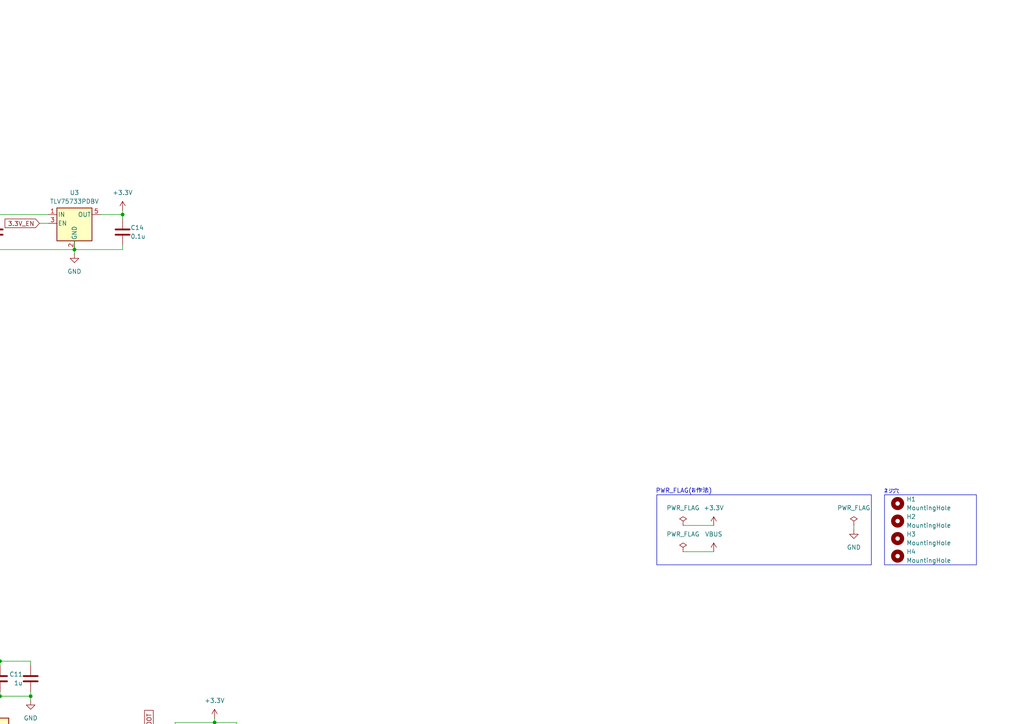
<source format=kicad_sch>
(kicad_sch (version 20231120) (generator "eeschema") (generator_version "8.0")
  (paper "A4")
  (lib_symbols
    (symbol "Device:C" (pin_numbers hide) (pin_names (offset 0.254))
      (property "Reference" "C" (at 0.635 2.54 0))
      (property "Value" "C" (at 0.635 -2.54 0))
      (symbol "C_0_1"
        (polyline (pts (xy -2.032 -0.762) (xy 2.032 -0.762)) (stroke (width 0.508)))
        (polyline (pts (xy -2.032 0.762) (xy 2.032 0.762)) (stroke (width 0.508)))
      )
      (symbol "C_1_1"
        (pin passive line (at 0 3.81 270) (length 2.794) (name "~") (number "1"))
        (pin passive line (at 0 -3.81 90) (length 2.794) (name "~") (number "2"))
      )
    )
    (symbol "Device:LED" (pin_numbers hide) (pin_names (offset 1.016) hide)
      (property "Reference" "D" (at 0 2.54 0))
      (property "Value" "LED" (at 0 -2.54 0))
      (symbol "LED_0_1"
        (polyline (pts (xy -1.27 -1.27) (xy -1.27 1.27)) (stroke (width 0.254)))
        (polyline (pts (xy -1.27 0) (xy 1.27 0)))
        (polyline (pts (xy 1.27 -1.27) (xy 1.27 1.27) (xy -1.27 0) (xy 1.27 -1.27)) (stroke (width 0.254)))
        (polyline (pts (xy -3.048 -0.762) (xy -4.572 -2.286) (xy -3.81 -2.286) (xy -4.572 -2.286) (xy -4.572 -1.524)))
        (polyline (pts (xy -1.778 -0.762) (xy -3.302 -2.286) (xy -2.54 -2.286) (xy -3.302 -2.286) (xy -3.302 -1.524)))
      )
      (symbol "LED_1_1"
        (pin passive line (at -3.81 0 0) (length 2.54) (name "K") (number "1"))
        (pin passive line (at 3.81 0 180) (length 2.54) (name "A") (number "2"))
      )
    )
    (symbol "Device:R" (pin_numbers hide) (pin_names (offset 0))
      (property "Reference" "R" (at 2.032 0 90))
      (property "Value" "R" (at 0 0 90))
      (symbol "R_0_1"
        (rectangle (start -1.016 -2.54) (end 1.016 2.54) (stroke (width 0.254)))
      )
      (symbol "R_1_1"
        (pin passive line (at 0 3.81 270) (length 1.27) (name "~") (number "1"))
        (pin passive line (at 0 -3.81 90) (length 1.27) (name "~") (number "2"))
      )
    )
    (symbol "MCU_RaspberryPi:RP2040"
      (property "Reference" "U" (at 17.78 45.72 0))
      (property "Value" "RP2040" (at 17.78 43.18 0))
      (symbol "RP2040_0_1"
        (rectangle (start -21.59 41.91) (end 21.59 -41.91) (stroke (width 0.254)) (fill (type background)))
      )
      (symbol "RP2040_1_1"
        (pin power_in line (at 2.54 45.72 270) (length 3.81) (name "IOVDD") (number "1"))
        (pin passive line (at 2.54 45.72 270) (length 3.81) hide (name "IOVDD") (number "10"))
        (pin bidirectional line (at 25.4 17.78 180) (length 3.81) (name "GPIO8") (number "11"))
        (pin bidirectional line (at 25.4 15.24 180) (length 3.81) (name "GPIO9") (number "12"))
        (pin bidirectional line (at 25.4 12.7 180) (length 3.81) (name "GPIO10") (number "13"))
        (pin bidirectional line (at 25.4 10.16 180) (length 3.81) (name "GPIO11") (number "14"))
        (pin bidirectional line (at 25.4 7.62 180) (length 3.81) (name "GPIO12") (number "15"))
        (pin bidirectional line (at 25.4 5.08 180) (length 3.81) (name "GPIO13") (number "16"))
        (pin bidirectional line (at 25.4 2.54 180) (length 3.81) (name "GPIO14") (number "17"))
        (pin bidirectional line (at 25.4 0 180) (length 3.81) (name "GPIO15") (number "18"))
        (pin input line (at -25.4 -38.1 0) (length 3.81) (name "TESTEN") (number "19"))
        (pin bidirectional line (at 25.4 38.1 180) (length 3.81) (name "GPIO0") (number "2"))
        (pin input line (at -25.4 -7.62 0) (length 3.81) (name "XIN") (number "20"))
        (pin passive line (at -25.4 -17.78 0) (length 3.81) (name "XOUT") (number "21"))
        (pin passive line (at 2.54 45.72 270) (length 3.81) hide (name "IOVDD") (number "22"))
        (pin power_in line (at -2.54 45.72 270) (length 3.81) (name "DVDD") (number "23"))
        (pin input line (at -25.4 -27.94 0) (length 3.81) (name "SWCLK") (number "24"))
        (pin bidirectional line (at -25.4 -30.48 0) (length 3.81) (name "SWD") (number "25"))
        (pin input line (at -25.4 38.1 0) (length 3.81) (name "RUN") (number "26"))
        (pin bidirectional line (at 25.4 -2.54 180) (length 3.81) (name "GPIO16") (number "27"))
        (pin bidirectional line (at 25.4 -5.08 180) (length 3.81) (name "GPIO17") (number "28"))
        (pin bidirectional line (at 25.4 -7.62 180) (length 3.81) (name "GPIO18") (number "29"))
        (pin bidirectional line (at 25.4 35.56 180) (length 3.81) (name "GPIO1") (number "3"))
        (pin bidirectional line (at 25.4 -10.16 180) (length 3.81) (name "GPIO19") (number "30"))
        (pin bidirectional line (at 25.4 -12.7 180) (length 3.81) (name "GPIO20") (number "31"))
        (pin bidirectional line (at 25.4 -15.24 180) (length 3.81) (name "GPIO21") (number "32"))
        (pin passive line (at 2.54 45.72 270) (length 3.81) hide (name "IOVDD") (number "33"))
        (pin bidirectional line (at 25.4 -17.78 180) (length 3.81) (name "GPIO22") (number "34"))
        (pin bidirectional line (at 25.4 -20.32 180) (length 3.81) (name "GPIO23") (number "35"))
        (pin bidirectional line (at 25.4 -22.86 180) (length 3.81) (name "GPIO24") (number "36"))
        (pin bidirectional line (at 25.4 -25.4 180) (length 3.81) (name "GPIO25") (number "37"))
        (pin bidirectional line (at 25.4 -30.48 180) (length 3.81) (name "GPIO26_ADC0") (number "38"))
        (pin bidirectional line (at 25.4 -33.02 180) (length 3.81) (name "GPIO27_ADC1") (number "39"))
        (pin bidirectional line (at 25.4 33.02 180) (length 3.81) (name "GPIO2") (number "4"))
        (pin bidirectional line (at 25.4 -35.56 180) (length 3.81) (name "GPIO28_ADC2") (number "40"))
        (pin bidirectional line (at 25.4 -38.1 180) (length 3.81) (name "GPIO29_ADC3") (number "41"))
        (pin passive line (at 2.54 45.72 270) (length 3.81) hide (name "IOVDD") (number "42"))
        (pin power_in line (at 7.62 45.72 270) (length 3.81) (name "ADC_AVDD") (number "43"))
        (pin power_in line (at 10.16 45.72 270) (length 3.81) (name "VREG_IN") (number "44"))
        (pin power_out line (at -5.08 45.72 270) (length 3.81) (name "VREG_VOUT") (number "45"))
        (pin bidirectional line (at -25.4 27.94 0) (length 3.81) (name "USB_DM") (number "46"))
        (pin bidirectional line (at -25.4 30.48 0) (length 3.81) (name "USB_DP") (number "47"))
        (pin power_in line (at 5.08 45.72 270) (length 3.81) (name "USB_VDD") (number "48"))
        (pin passive line (at 2.54 45.72 270) (length 3.81) hide (name "IOVDD") (number "49"))
        (pin bidirectional line (at 25.4 30.48 180) (length 3.81) (name "GPIO3") (number "5"))
        (pin passive line (at -2.54 45.72 270) (length 3.81) hide (name "DVDD") (number "50"))
        (pin bidirectional line (at -25.4 7.62 0) (length 3.81) (name "QSPI_SD3") (number "51"))
        (pin output line (at -25.4 5.08 0) (length 3.81) (name "QSPI_SCLK") (number "52"))
        (pin bidirectional line (at -25.4 15.24 0) (length 3.81) (name "QSPI_SD0") (number "53"))
        (pin bidirectional line (at -25.4 10.16 0) (length 3.81) (name "QSPI_SD2") (number "54"))
        (pin bidirectional line (at -25.4 12.7 0) (length 3.81) (name "QSPI_SD1") (number "55"))
        (pin bidirectional line (at -25.4 20.32 0) (length 3.81) (name "QSPI_SS") (number "56"))
        (pin power_in line (at 0 -45.72 90) (length 3.81) (name "GND") (number "57"))
        (pin bidirectional line (at 25.4 27.94 180) (length 3.81) (name "GPIO4") (number "6"))
        (pin bidirectional line (at 25.4 25.4 180) (length 3.81) (name "GPIO5") (number "7"))
        (pin bidirectional line (at 25.4 22.86 180) (length 3.81) (name "GPIO6") (number "8"))
        (pin bidirectional line (at 25.4 20.32 180) (length 3.81) (name "GPIO7") (number "9"))
      )
    )
    (symbol "Mechanical:MountingHole" (pin_names (offset 1.016)) (exclude_from_sim yes) (in_bom no)
      (property "Reference" "H" (at 0 5.08 0))
      (property "Value" "MountingHole" (at 0 3.175 0))
      (symbol "MountingHole_0_1"
        (circle (center 0 0) (radius 1.27) (stroke (width 1.27)))
      )
    )
    (symbol "Memory_Flash:W25Q128JVS"
      (property "Reference" "U" (at -6.35 11.43 0))
      (property "Value" "W25Q128JVS" (at 7.62 11.43 0))
      (symbol "W25Q128JVS_0_1"
        (rectangle (start -7.62 10.16) (end 7.62 -10.16) (stroke (width 0.254)) (fill (type background)))
      )
      (symbol "W25Q128JVS_1_1"
        (pin input line (at -10.16 7.62 0) (length 2.54) (name "~{CS}") (number "1"))
        (pin bidirectional line (at -10.16 0 0) (length 2.54) (name "DO(IO1)") (number "2"))
        (pin bidirectional line (at -10.16 -2.54 0) (length 2.54) (name "IO2") (number "3"))
        (pin power_in line (at 0 -12.7 90) (length 2.54) (name "GND") (number "4"))
        (pin bidirectional line (at -10.16 2.54 0) (length 2.54) (name "DI(IO0)") (number "5"))
        (pin input line (at -10.16 5.08 0) (length 2.54) (name "CLK") (number "6"))
        (pin bidirectional line (at -10.16 -5.08 0) (length 2.54) (name "IO3") (number "7"))
        (pin power_in line (at 0 12.7 270) (length 2.54) (name "VCC") (number "8"))
      )
    )
    (symbol "Regulator_Linear:TLV75733PDBV" (pin_names (offset 0.254))
      (property "Reference" "U" (at -3.81 5.715 0))
      (property "Value" "TLV75733PDBV" (at 0 5.715 0))
      (symbol "TLV75733PDBV_0_1"
        (rectangle (start -5.08 4.445) (end 5.08 -5.08) (stroke (width 0.254)) (fill (type background)))
      )
      (symbol "TLV75733PDBV_1_1"
        (pin power_in line (at -7.62 2.54 0) (length 2.54) (name "IN") (number "1"))
        (pin power_in line (at 0 -7.62 90) (length 2.54) (name "GND") (number "2"))
        (pin input line (at -7.62 0 0) (length 2.54) (name "EN") (number "3"))
        (pin no_connect line (at 5.08 0 180) (length 2.54) hide (name "NC") (number "4"))
        (pin power_out line (at 7.62 2.54 180) (length 2.54) (name "OUT") (number "5"))
      )
    )
    (symbol "Switch:SW_Omron_B3FS" (pin_numbers hide) (pin_names (offset 1.016) hide)
      (property "Reference" "SW" (at 1.27 2.54 0))
      (property "Value" "SW_Omron_B3FS" (at 0 -1.524 0))
      (symbol "SW_Omron_B3FS_0_1"
        (circle (center -2.032 0) (radius 0.508))
        (polyline (pts (xy 0 1.27) (xy 0 3.048)))
        (polyline (pts (xy 2.54 1.27) (xy -2.54 1.27)))
        (circle (center 2.032 0) (radius 0.508))
        (pin passive line (at -5.08 0 0) (length 2.54) (name "1") (number "1"))
        (pin passive line (at 5.08 0 180) (length 2.54) (name "2") (number "2"))
      )
    )
    (symbol "TE-01:632723100011" (pin_names (offset 0.762))
      (property "Reference" "IC" (at 29.21 7.62 0))
      (property "Value" "632723100011" (at 29.21 5.08 0))
      (symbol "632723100011_0_0"
        (pin passive line (at 0 0 0) (length 5.08) (name "GND_1") (number "A1"))
        (pin passive line (at 0 -22.86 0) (length 5.08) (name "SSRXN2") (number "A10"))
        (pin passive line (at 0 -25.4 0) (length 5.08) (name "SSRXP2") (number "A11"))
        (pin passive line (at 0 -27.94 0) (length 5.08) (name "GND_2") (number "A12"))
        (pin passive line (at 0 -2.54 0) (length 5.08) (name "SSTXP1") (number "A2"))
        (pin passive line (at 0 -5.08 0) (length 5.08) (name "SSTXN1") (number "A3"))
        (pin passive line (at 0 -7.62 0) (length 5.08) (name "VBUS_1") (number "A4"))
        (pin passive line (at 0 -10.16 0) (length 5.08) (name "CC1") (number "A5"))
        (pin passive line (at 0 -12.7 0) (length 5.08) (name "DP1") (number "A6"))
        (pin passive line (at 0 -15.24 0) (length 5.08) (name "DN1") (number "A7"))
        (pin passive line (at 0 -17.78 0) (length 5.08) (name "SBU1") (number "A8"))
        (pin passive line (at 0 -20.32 0) (length 5.08) (name "VBUS_2") (number "A9"))
        (pin passive line (at 0 -30.48 0) (length 5.08) (name "GND_3") (number "B1"))
        (pin passive line (at 33.02 -12.7 180) (length 5.08) (name "SSRXN1") (number "B10"))
        (pin passive line (at 33.02 -15.24 180) (length 5.08) (name "SSRXP1") (number "B11"))
        (pin passive line (at 33.02 -17.78 180) (length 5.08) (name "GND_4") (number "B12"))
        (pin passive line (at 0 -33.02 0) (length 5.08) (name "SSTXP2") (number "B2"))
        (pin passive line (at 0 -35.56 0) (length 5.08) (name "SSTXN2") (number "B3"))
        (pin passive line (at 0 -38.1 0) (length 5.08) (name "VBUS_3") (number "B4"))
        (pin passive line (at 33.02 0 180) (length 5.08) (name "CC2") (number "B5"))
        (pin passive line (at 33.02 -2.54 180) (length 5.08) (name "DP2") (number "B6"))
        (pin passive line (at 33.02 -5.08 180) (length 5.08) (name "DN2") (number "B7"))
        (pin passive line (at 33.02 -7.62 180) (length 5.08) (name "SBU2") (number "B8"))
        (pin passive line (at 33.02 -10.16 180) (length 5.08) (name "VBUS_4") (number "B9"))
        (pin passive line (at 33.02 -20.32 180) (length 5.08) (name "GND_5") (number "G1"))
        (pin passive line (at 33.02 -22.86 180) (length 5.08) (name "GND_6") (number "G2"))
        (pin passive line (at 33.02 -25.4 180) (length 5.08) (name "MH1") (number "MH1"))
        (pin passive line (at 33.02 -27.94 180) (length 5.08) (name "MH2") (number "MH2"))
        (pin passive line (at 33.02 -30.48 180) (length 5.08) (name "MH3") (number "MH3"))
        (pin passive line (at 33.02 -33.02 180) (length 5.08) (name "MH4") (number "MH4"))
        (pin passive line (at 33.02 -35.56 180) (length 5.08) (name "MP1") (number "MP1"))
        (pin passive line (at 33.02 -38.1 180) (length 5.08) (name "MP2") (number "MP2"))
      )
      (symbol "632723100011_0_1"
        (polyline (pts (xy 5.08 2.54) (xy 27.94 2.54) (xy 27.94 -40.64) (xy 5.08 -40.64) (xy 5.08 2.54)) (stroke (width 0.1524)))
      )
    )
    (symbol "TE-01:ABMM2-12.000MHZ-E2-T" (pin_names (offset 0.762))
      (property "Reference" "Y" (at 26.67 7.62 0))
      (property "Value" "ABMM2-12.000MHZ-E2-T" (at 26.67 5.08 0))
      (symbol "ABMM2-12.000MHZ-E2-T_0_0"
        (pin passive line (at 0 -2.54 0) (length 5.08) (name "X1") (number "1"))
        (pin passive line (at 30.48 -2.54 180) (length 5.08) (name "GND_1") (number "2"))
        (pin passive line (at 30.48 0 180) (length 5.08) (name "X2") (number "3"))
        (pin passive line (at 0 0 0) (length 5.08) (name "GND_2") (number "4"))
      )
      (symbol "ABMM2-12.000MHZ-E2-T_0_1"
        (polyline (pts (xy 5.08 2.54) (xy 25.4 2.54) (xy 25.4 -5.08) (xy 5.08 -5.08) (xy 5.08 2.54)) (stroke (width 0.1524)))
      )
    )
    (symbol "TE-01:STUSB4700YQTR" (pin_names (offset 0.762))
      (property "Reference" "IC" (at 36.83 25.4 0))
      (property "Value" "STUSB4700YQTR" (at 36.83 22.86 0))
      (symbol "STUSB4700YQTR_0_0"
        (pin passive line (at 0 0 0) (length 5.08) (name "NC_1") (number "1"))
        (pin passive line (at 20.32 -30.48 90) (length 5.08) (name "GND") (number "10"))
        (pin passive line (at 22.86 -30.48 90) (length 5.08) (name "GPIO1") (number "11"))
        (pin passive line (at 25.4 -30.48 90) (length 5.08) (name "GPIO0") (number "12"))
        (pin passive line (at 40.64 -12.7 180) (length 5.08) (name "VVAR_ADDR0") (number "13"))
        (pin passive line (at 40.64 -10.16 180) (length 5.08) (name "GPIO2") (number "14"))
        (pin passive line (at 40.64 -7.62 180) (length 5.08) (name "GPIO3") (number "15"))
        (pin passive line (at 40.64 -5.08 180) (length 5.08) (name "GPIO4") (number "16"))
        (pin passive line (at 40.64 -2.54 180) (length 5.08) (name "A_B_SIDE") (number "17"))
        (pin passive line (at 40.64 0 180) (length 5.08) (name "VBUS_SENSE") (number "18"))
        (pin passive line (at 27.94 25.4 270) (length 5.08) (name "VBUS_DISCH") (number "19"))
        (pin passive line (at 0 -2.54 0) (length 5.08) (name "CC1") (number "2"))
        (pin passive line (at 25.4 25.4 270) (length 5.08) (name "VBUS_EN_SRC") (number "20"))
        (pin passive line (at 22.86 25.4 270) (length 5.08) (name "VREG_1V2") (number "21"))
        (pin passive line (at 20.32 25.4 270) (length 5.08) (name "VSYS") (number "22"))
        (pin passive line (at 17.78 25.4 270) (length 5.08) (name "VREG_2V7") (number "23"))
        (pin passive line (at 15.24 25.4 270) (length 5.08) (name "VDD") (number "24"))
        (pin passive line (at 12.7 25.4 270) (length 5.08) (name "EP") (number "25"))
        (pin passive line (at 0 -5.08 0) (length 5.08) (name "VCONN") (number "3"))
        (pin passive line (at 0 -7.62 0) (length 5.08) (name "CC2") (number "4"))
        (pin passive line (at 0 -10.16 0) (length 5.08) (name "NC_2") (number "5"))
        (pin passive line (at 0 -12.7 0) (length 5.08) (name "RESET") (number "6"))
        (pin passive line (at 12.7 -30.48 90) (length 5.08) (name "SCL") (number "7"))
        (pin passive line (at 15.24 -30.48 90) (length 5.08) (name "SDA") (number "8"))
        (pin passive line (at 17.78 -30.48 90) (length 5.08) (name "ALERT#") (number "9"))
      )
      (symbol "STUSB4700YQTR_0_1"
        (polyline (pts (xy 5.08 20.32) (xy 35.56 20.32) (xy 35.56 -25.4) (xy 5.08 -25.4) (xy 5.08 20.32)) (stroke (width 0.1524)))
      )
    )
    (symbol "power:+1V1" (power) (pin_numbers hide) (pin_names (offset 0) hide)
      (property "Value" "+1V1" (at 0 3.556 0))
      (symbol "+1V1_0_1"
        (polyline (pts (xy -0.762 1.27) (xy 0 2.54)))
        (polyline (pts (xy 0 0) (xy 0 2.54)))
        (polyline (pts (xy 0 2.54) (xy 0.762 1.27)))
      )
      (symbol "+1V1_1_1"
        (pin power_in line (at 0 0 90) (length 0) (name "~") (number "1"))
      )
    )
    (symbol "power:+3.3V" (power) (pin_numbers hide) (pin_names (offset 0) hide)
      (property "Value" "+3.3V" (at 0 3.556 0))
      (symbol "+3.3V_0_1"
        (polyline (pts (xy -0.762 1.27) (xy 0 2.54)))
        (polyline (pts (xy 0 0) (xy 0 2.54)))
        (polyline (pts (xy 0 2.54) (xy 0.762 1.27)))
      )
      (symbol "+3.3V_1_1"
        (pin power_in line (at 0 0 90) (length 0) (name "~") (number "1"))
      )
    )
    (symbol "power:GND" (power) (pin_numbers hide) (pin_names (offset 0) hide)
      (property "Value" "GND" (at 0 -3.81 0))
      (symbol "GND_0_1"
        (polyline (pts (xy 0 0) (xy 0 -1.27) (xy 1.27 -1.27) (xy 0 -2.54) (xy -1.27 -1.27) (xy 0 -1.27)))
      )
      (symbol "GND_1_1"
        (pin power_in line (at 0 0 270) (length 0) (name "~") (number "1"))
      )
    )
    (symbol "power:PWR_FLAG" (power) (pin_numbers hide) (pin_names (offset 0) hide)
      (property "Value" "PWR_FLAG" (at 0 3.81 0))
      (symbol "PWR_FLAG_0_0"
        (pin power_out line (at 0 0 90) (length 0) (name "~") (number "1"))
      )
      (symbol "PWR_FLAG_0_1"
        (polyline (pts (xy 0 0) (xy 0 1.27) (xy -1.016 1.905) (xy 0 2.54) (xy 1.016 1.905) (xy 0 1.27)))
      )
    )
    (symbol "power:VBUS" (power) (pin_numbers hide) (pin_names (offset 0) hide)
      (property "Value" "VBUS" (at 0 3.556 0))
      (symbol "VBUS_0_1"
        (polyline (pts (xy -0.762 1.27) (xy 0 2.54)))
        (polyline (pts (xy 0 0) (xy 0 2.54)))
        (polyline (pts (xy 0 2.54) (xy 0.762 1.27)))
      )
      (symbol "VBUS_1_1"
        (pin power_in line (at 0 0 90) (length 0) (name "~") (number "1"))
      )
    )
  )
  (junction (at -67.31 201.93))
  (junction (at 49.53 292.1))
  (junction (at -74.93 201.93))
  (junction (at 8.89 201.93))
  (junction (at 110.49 242.57))
  (junction (at -83.82 59.69))
  (junction (at 49.53 281.94))
  (junction (at -82.55 191.77))
  (junction (at -10.16 62.23))
  (junction (at 365.76 62.23))
  (junction (at -26.67 191.77))
  (junction (at -87.63 80.01))
  (junction (at -52.07 191.77))
  (junction (at 90.17 279.4))
  (junction (at -91.44 201.93))
  (junction (at 415.29 54.61))
  (junction (at 35.56 62.23))
  (junction (at -26.67 204.47))
  (junction (at -19.05 297.18))
  (junction (at 110.49 229.87))
  (junction (at -83.82 72.39))
  (junction (at 50.8 229.87))
  (junction (at -16.51 201.93))
  (junction (at -1.27 62.23))
  (junction (at -87.63 82.55))
  (junction (at -44.45 201.93))
  (junction (at -59.69 201.93))
  (junction (at 0 191.77))
  (junction (at 115.57 229.87))
  (junction (at -24.13 204.47))
  (junction (at 21.59 72.39))
  (junction (at -29.21 191.77))
  (junction (at -19.05 74.93))
  (junction (at 415.29 52.07))
  (junction (at -24.13 191.77))
  (junction (at -16.51 191.77))
  (junction (at -67.31 191.77))
  (junction (at -19.05 69.85))
  (junction (at 90.17 289.56))
  (junction (at -87.63 62.23))
  (junction (at -36.83 191.77))
  (junction (at -59.69 191.77))
  (junction (at 0 201.93))
  (junction (at -7.62 191.77))
  (junction (at -82.55 201.93))
  (junction (at 43.18 229.87))
  (junction (at -44.45 191.77))
  (junction (at -21.59 191.77))
  (junction (at -52.07 201.93))
  (junction (at 62.23 209.55))
  (junction (at -74.93 191.77))
  (junction (at -19.05 72.39))
  (no_connect (at 6.35 280.67))
  (no_connect (at 372.11 46.99))
  (no_connect (at -34.29 82.55))
  (no_connect (at -34.29 77.47))
  (no_connect (at 6.35 212.09))
  (no_connect (at 6.35 278.13))
  (no_connect (at 405.13 34.29))
  (no_connect (at -34.29 87.63))
  (no_connect (at -34.29 90.17))
  (no_connect (at 383.54 6.35))
  (no_connect (at 393.7 6.35))
  (no_connect (at 372.11 44.45))
  (no_connect (at -34.29 85.09))
  (no_connect (at -34.29 80.01))
  (no_connect (at 405.13 36.83))
  (wire (pts (xy 29.21 62.23) (xy 35.56 62.23)))
  (wire (pts (xy -24.13 191.77) (xy -24.13 204.47)))
  (wire (pts (xy -19.05 74.93) (xy -34.29 74.93)))
  (wire (pts (xy -69.85 67.31) (xy -67.31 67.31)))
  (wire (pts (xy 7.62 288.29) (xy 7.62 297.18)))
  (wire (pts (xy -83.82 72.39) (xy -67.31 72.39)))
  (wire (pts (xy -19.05 69.85) (xy -19.05 72.39)))
  (wire (pts (xy -82.55 191.77) (xy -74.93 191.77)))
  (wire (pts (xy -59.69 191.77) (xy -52.07 191.77)))
  (wire (pts (xy 407.67 13.97) (xy 407.67 31.75)))
  (wire (pts (xy -21.59 191.77) (xy -24.13 191.77)))
  (wire (pts (xy 30.48 245.11) (xy 30.48 232.41)))
  (wire (pts (xy -91.44 200.66) (xy -91.44 201.93)))
  (wire (pts (xy 198.12 152.4) (xy 207.01 152.4)))
  (wire (pts (xy -7.62 191.77) (xy -7.62 193.04)))
  (wire (pts (xy 110.49 219.71) (xy 110.49 220.98)))
  (wire (pts (xy 8.89 200.66) (xy 8.89 201.93)))
  (wire (pts (xy 8.89 222.25) (xy 6.35 222.25)))
  (wire (pts (xy -36.83 191.77) (xy -36.83 193.04)))
  (wire (pts (xy -87.63 52.07) (xy -67.31 52.07)))
  (wire (pts (xy -67.31 191.77) (xy -67.31 193.04)))
  (wire (pts (xy 6.35 240.03) (xy 52.07 240.03)))
  (wire (pts (xy 6.35 229.87) (xy 43.18 229.87)))
  (wire (pts (xy 8.89 201.93) (xy 8.89 203.2)))
  (wire (pts (xy 6.35 234.95) (xy 52.07 234.95)))
  (wire (pts (xy -91.44 201.93) (xy -82.55 201.93)))
  (wire (pts (xy -13.97 201.93) (xy -16.51 201.93)))
  (wire (pts (xy 7.62 297.18) (xy -19.05 297.18)))
  (wire (pts (xy 68.58 209.55) (xy 62.23 209.55)))
  (wire (pts (xy 50.8 223.52) (xy 50.8 229.87)))
  (wire (pts (xy -10.16 71.12) (xy -10.16 72.39)))
  (wire (pts (xy 365.76 62.23) (xy 365.76 73.66)))
  (wire (pts (xy -34.29 72.39) (xy -19.05 72.39)))
  (wire (pts (xy -1.27 72.39) (xy 21.59 72.39)))
  (wire (pts (xy -52.07 191.77) (xy -44.45 191.77)))
  (wire (pts (xy -34.29 57.15) (xy -31.75 57.15)))
  (wire (pts (xy 415.29 52.07) (xy 415.29 54.61)))
  (wire (pts (xy 43.18 223.52) (xy 43.18 229.87)))
  (wire (pts (xy -82.55 201.93) (xy -74.93 201.93)))
  (wire (pts (xy -26.67 191.77) (xy -26.67 204.47)))
  (wire (pts (xy 54.61 279.4) (xy 53.34 279.4)))
  (wire (pts (xy -52.07 191.77) (xy -52.07 193.04)))
  (wire (pts (xy 110.49 241.3) (xy 110.49 242.57)))
  (wire (pts (xy 414.02 -6.35) (xy 416.56 -6.35)))
  (wire (pts (xy -52.07 200.66) (xy -52.07 201.93)))
  (wire (pts (xy 115.57 229.87) (xy 110.49 229.87)))
  (wire (pts (xy -67.31 90.17) (xy -83.82 90.17)))
  (wire (pts (xy -10.16 60.96) (xy -10.16 62.23)))
  (wire (pts (xy 35.56 62.23) (xy 35.56 63.5)))
  (wire (pts (xy 386.08 6.35) (xy 386.08 13.97)))
  (wire (pts (xy 6.35 288.29) (xy 7.62 288.29)))
  (wire (pts (xy 6.35 257.81) (xy 8.89 257.81)))
  (wire (pts (xy 11.43 64.77) (xy 13.97 64.77)))
  (wire (pts (xy 90.17 288.29) (xy 90.17 289.56)))
  (wire (pts (xy 43.18 213.36) (xy 43.18 215.9)))
  (wire (pts (xy 6.35 267.97) (xy 8.89 267.97)))
  (wire (pts (xy 391.16 13.97) (xy 391.16 6.35)))
  (wire (pts (xy -21.59 190.5) (xy -21.59 191.77)))
  (wire (pts (xy 115.57 229.87) (xy 115.57 232.41)))
  (wire (pts (xy 50.8 209.55) (xy 62.23 209.55)))
  (wire (pts (xy 6.35 245.11) (xy 30.48 245.11)))
  (wire (pts (xy -91.44 193.04) (xy -91.44 191.77)))
  (wire (pts (xy 62.23 208.28) (xy 62.23 209.55)))
  (wire (pts (xy -26.67 207.01) (xy -26.67 204.47)))
  (wire (pts (xy -87.63 82.55) (xy -87.63 93.98)))
  (wire (pts (xy 247.65 152.4) (xy 247.65 153.67)))
  (wire (pts (xy 110.49 228.6) (xy 110.49 229.87)))
  (wire (pts (xy 365.76 13.97) (xy 365.76 41.91)))
  (wire (pts (xy -67.31 82.55) (xy -87.63 82.55)))
  (wire (pts (xy 49.53 290.83) (xy 49.53 292.1)))
  (wire (pts (xy 43.18 229.87) (xy 50.8 229.87)))
  (wire (pts (xy -74.93 201.93) (xy -67.31 201.93)))
  (wire (pts (xy -34.29 54.61) (xy -31.75 54.61)))
  (wire (pts (xy 0 201.93) (xy -7.62 201.93)))
  (wire (pts (xy -1.27 63.5) (xy -1.27 62.23)))
  (wire (pts (xy 6.35 242.57) (xy 52.07 242.57)))
  (wire (pts (xy 116.84 229.87) (xy 115.57 229.87)))
  (wire (pts (xy -24.13 191.77) (xy -26.67 191.77)))
  (wire (pts (xy 115.57 240.03) (xy 115.57 242.57)))
  (wire (pts (xy -16.51 191.77) (xy -16.51 201.93)))
  (wire (pts (xy 110.49 243.84) (xy 110.49 242.57)))
  (wire (pts (xy 415.29 49.53) (xy 415.29 52.07)))
  (wire (pts (xy -83.82 59.69) (xy -83.82 72.39)))
  (wire (pts (xy -87.63 62.23) (xy -67.31 62.23)))
  (wire (pts (xy -7.62 201.93) (xy -7.62 200.66)))
  (wire (pts (xy 68.58 209.55) (xy 68.58 212.09)))
  (wire (pts (xy -7.62 191.77) (xy 0 191.77)))
  (wire (pts (xy 372.11 31.75) (xy 369.57 31.75)))
  (wire (pts (xy 35.56 60.96) (xy 35.56 62.23)))
  (wire (pts (xy 85.09 289.56) (xy 85.09 281.94)))
  (wire (pts (xy -67.31 191.77) (xy -59.69 191.77)))
  (wire (pts (xy 386.08 13.97) (xy 365.76 13.97)))
  (wire (pts (xy 414.02 -8.89) (xy 416.56 -8.89)))
  (wire (pts (xy -10.16 62.23) (xy -1.27 62.23)))
  (wire (pts (xy 90.17 279.4) (xy 90.17 280.67)))
  (wire (pts (xy 16.51 219.71) (xy 19.05 219.71)))
  (wire (pts (xy -44.45 191.77) (xy -44.45 193.04)))
  (wire (pts (xy -91.44 191.77) (xy -82.55 191.77)))
  (wire (pts (xy 115.57 242.57) (xy 110.49 242.57)))
  (wire (pts (xy 90.17 289.56) (xy 90.17 290.83)))
  (wire (pts (xy -21.59 191.77) (xy -21.59 204.47)))
  (wire (pts (xy 49.53 292.1) (xy 53.34 292.1)))
  (wire (pts (xy 50.8 215.9) (xy 50.8 209.55)))
  (wire (pts (xy -19.05 77.47) (xy -19.05 74.93)))
  (wire (pts (xy -83.82 59.69) (xy -67.31 59.69)))
  (wire (pts (xy -91.44 201.93) (xy -91.44 203.2)))
  (wire (pts (xy -16.51 191.77) (xy -7.62 191.77)))
  (wire (pts (xy -44.45 200.66) (xy -44.45 201.93)))
  (wire (pts (xy -29.21 191.77) (xy -29.21 204.47)))
  (wire (pts (xy 416.56 -13.97) (xy 414.02 -13.97)))
  (wire (pts (xy -87.63 52.07) (xy -87.63 62.23)))
  (wire (pts (xy -44.45 201.93) (xy -36.83 201.93)))
  (wire (pts (xy 21.59 73.66) (xy 21.59 72.39)))
  (wire (pts (xy 30.48 232.41) (xy 52.07 232.41)))
  (wire (pts (xy -83.82 72.39) (xy -83.82 90.17)))
  (wire (pts (xy 407.67 31.75) (xy 405.13 31.75)))
  (wire (pts (xy -74.93 200.66) (xy -74.93 201.93)))
  (wire (pts (xy 110.49 229.87) (xy 110.49 231.14)))
  (wire (pts (xy 198.12 160.02) (xy 207.01 160.02)))
  (wire (pts (xy -67.31 201.93) (xy -59.69 201.93)))
  (wire (pts (xy -10.16 80.01) (xy -10.16 81.28)))
  (wire (pts (xy 21.59 69.85) (xy 21.59 72.39)))
  (wire (pts (xy -34.29 69.85) (xy -19.05 69.85)))
  (wire (pts (xy 62.23 209.55) (xy 62.23 224.79)))
  (wire (pts (xy 0 200.66) (xy 0 201.93)))
  (wire (pts (xy -19.05 72.39) (xy -19.05 74.93)))
  (wire (pts (xy 68.58 220.98) (xy 68.58 219.71)))
  (wire (pts (xy -24.13 207.01) (xy -24.13 204.47)))
  (wire (pts (xy 85.09 289.56) (xy 90.17 289.56)))
  (wire (pts (xy 0 191.77) (xy 8.89 191.77)))
  (wire (pts (xy 8.89 191.77) (xy 8.89 193.04)))
  (wire (pts (xy -16.51 190.5) (xy -16.51 191.77)))
  (wire (pts (xy 365.76 59.69) (xy 365.76 62.23)))
  (wire (pts (xy -19.05 52.07) (xy -19.05 69.85)))
  (wire (pts (xy 407.67 13.97) (xy 391.16 13.97)))
  (wire (pts (xy -10.16 63.5) (xy -10.16 62.23)))
  (wire (pts (xy -36.83 200.66) (xy -36.83 201.93)))
  (wire (pts (xy 365.76 41.91) (xy 372.11 41.91)))
  (wire (pts (xy 16.51 222.25) (xy 19.05 222.25)))
  (wire (pts (xy 0 191.77) (xy 0 193.04)))
  (wire (pts (xy -1.27 72.39) (xy -1.27 71.12)))
  (wire (pts (xy -67.31 80.01) (xy -87.63 80.01)))
  (wire (pts (xy 49.53 281.94) (xy 49.53 283.21)))
  (wire (pts (xy 85.09 279.4) (xy 90.17 279.4)))
  (wire (pts (xy -74.93 193.04) (xy -74.93 191.77)))
  (wire (pts (xy 405.13 52.07) (xy 415.29 52.07)))
  (wire (pts (xy 35.56 72.39) (xy 35.56 71.12)))
  (wire (pts (xy -24.13 52.07) (xy -19.05 52.07)))
  (wire (pts (xy 8.89 201.93) (xy 0 201.93)))
  (wire (pts (xy -82.55 193.04) (xy -82.55 191.77)))
  (wire (pts (xy 91.44 279.4) (xy 90.17 279.4)))
  (wire (pts (xy -87.63 62.23) (xy -87.63 80.01)))
  (wire (pts (xy 8.89 219.71) (xy 6.35 219.71)))
  (wire (pts (xy 100.33 279.4) (xy 99.06 279.4)))
  (wire (pts (xy -19.05 297.18) (xy -19.05 298.45)))
  (wire (pts (xy -52.07 201.93) (xy -44.45 201.93)))
  (wire (pts (xy -59.69 191.77) (xy -59.69 193.04)))
  (wire (pts (xy -67.31 200.66) (xy -67.31 201.93)))
  (wire (pts (xy 21.59 72.39) (xy 35.56 72.39)))
  (wire (pts (xy -26.67 191.77) (xy -29.21 191.77)))
  (wire (pts (xy 49.53 281.94) (xy 54.61 281.94)))
  (wire (pts (xy 369.57 31.75) (xy 369.57 29.21)))
  (wire (pts (xy -29.21 191.77) (xy -36.83 191.77)))
  (wire (pts (xy 372.11 59.69) (xy 365.76 59.69)))
  (wire (pts (xy -19.05 295.91) (xy -19.05 297.18)))
  (wire (pts (xy -87.63 80.01) (xy -87.63 82.55)))
  (wire (pts (xy 53.34 279.4) (xy 53.34 292.1)))
  (wire (pts (xy -59.69 201.93) (xy -52.07 201.93)))
  (wire (pts (xy 48.26 281.94) (xy 49.53 281.94)))
  (wire (pts (xy -34.29 52.07) (xy -31.75 52.07)))
  (wire (pts (xy -69.85 64.77) (xy -67.31 64.77)))
  (wire (pts (xy 405.13 49.53) (xy 415.29 49.53)))
  (wire (pts (xy 415.29 54.61) (xy 405.13 54.61)))
  (wire (pts (xy -74.93 191.77) (xy -67.31 191.77)))
  (wire (pts (xy -59.69 200.66) (xy -59.69 201.93)))
  (wire (pts (xy -44.45 229.87) (xy -46.99 229.87)))
  (wire (pts (xy -16.51 201.93) (xy -16.51 204.47)))
  (wire (pts (xy 50.8 229.87) (xy 52.07 229.87)))
  (wire (pts (xy -13.97 204.47) (xy -13.97 201.93)))
  (wire (pts (xy -1.27 62.23) (xy 13.97 62.23)))
  (wire (pts (xy 6.35 237.49) (xy 52.07 237.49)))
  (wire (pts (xy 372.11 62.23) (xy 365.76 62.23)))
  (wire (pts (xy -44.45 227.33) (xy -46.99 227.33)))
  (wire (pts (xy 62.23 250.19) (xy 62.23 252.73)))
  (wire (pts (xy 415.29 57.15) (xy 415.29 54.61)))
  (wire (pts (xy -44.45 191.77) (xy -36.83 191.77)))
  (wire (pts (xy -34.29 62.23) (xy -10.16 62.23)))
  (wire (pts (xy -82.55 200.66) (xy -82.55 201.93)))
  (rectangle (start 256.54 143.51) (end 283.21 163.83))
  (rectangle (start 190.5 143.51) (end 252.73 163.83))
  (text "ネジ穴\n" (at 258.572 142.748 0) (effects (font (size 1.27 1.27))))
  (text "PWR_FLAG(お作法)" (at 198.374 142.494 0) (effects (font (size 1.27 1.27))))
  (global_label "X_IN" (shape input) (at 48.26 281.94 180) (property "Intersheetrefs" "${INTERSHEET_REFS}" (effects (hide yes))))
  (global_label "3.3V_EN" (shape input) (at 11.43 64.77 180) (property "Intersheetrefs" "${INTERSHEET_REFS}" (effects (hide yes))))
  (global_label "USB_D-" (shape input) (at 19.05 222.25 0) (property "Intersheetrefs" "${INTERSHEET_REFS}" (effects (hide yes))))
  (global_label "X_IN" (shape input) (at 8.89 257.81 0) (property "Intersheetrefs" "${INTERSHEET_REFS}" (effects (hide yes))))
  (global_label "USB_D-" (shape input) (at -31.75 57.15 0) (property "Intersheetrefs" "${INTERSHEET_REFS}" (effects (hide yes))))
  (global_label "I2C1_SDA" (shape input) (at 416.56 -8.89 0) (property "Intersheetrefs" "${INTERSHEET_REFS}" (effects (hide yes))))
  (global_label "BOOT" (shape input) (at 116.84 229.87 0) (property "Intersheetrefs" "${INTERSHEET_REFS}" (effects (hide yes))))
  (global_label "USB_D+" (shape input) (at -69.85 64.77 180) (property "Intersheetrefs" "${INTERSHEET_REFS}" (effects (hide yes))))
  (global_label "I2C1_SCL" (shape input) (at -46.99 229.87 180) (property "Intersheetrefs" "${INTERSHEET_REFS}" (effects (hide yes))))
  (global_label "X_OUT" (shape input) (at 100.33 279.4 0) (property "Intersheetrefs" "${INTERSHEET_REFS}" (effects (hide yes))))
  (global_label "USB_D+" (shape input) (at 19.05 219.71 0) (property "Intersheetrefs" "${INTERSHEET_REFS}" (effects (hide yes))))
  (global_label "X_OUT" (shape input) (at 8.89 267.97 0) (property "Intersheetrefs" "${INTERSHEET_REFS}" (effects (hide yes))))
  (global_label "USB_D+" (shape input) (at -31.75 54.61 0) (property "Intersheetrefs" "${INTERSHEET_REFS}" (effects (hide yes))))
  (global_label "I2C1_SDA" (shape input) (at -46.99 227.33 180) (property "Intersheetrefs" "${INTERSHEET_REFS}" (effects (hide yes))))
  (global_label "I2C1_SCL" (shape input) (at 416.56 -6.35 0) (property "Intersheetrefs" "${INTERSHEET_REFS}" (effects (hide yes))))
  (global_label "USB_D-" (shape input) (at -69.85 67.31 180) (property "Intersheetrefs" "${INTERSHEET_REFS}" (effects (hide yes))))
  (global_label "BOOT" (shape input) (at 43.18 213.36 90) (property "Intersheetrefs" "${INTERSHEET_REFS}" (effects (hide yes))))
  (symbol (lib_id "Device:C") (at 90.17 284.48 0) (unit 1)
    (property "Reference" "C16" (at 92.456 283.21 0) (effects (justify left)))
    (property "Value" "27p" (at 92.456 285.75 0) (effects (justify left)))
    (property "Footprint" "Capacitor_SMD:C_0603_1608Metric" (effects (hide yes)))
    (property "Description" "Unpolarized capacitor" (effects (hide yes)))
  )
  (symbol (lib_id "power:+1V1") (at -16.51 190.5 0) (mirror y) (unit 1)
    (property "Reference" "#PWR07" (effects (hide yes)))
    (property "Value" "+1V1" (at -16.51 185.42 0))
    (property "Description" "Power symbol creates a global label with name \"+1V1\"" (effects (hide yes)))
  )
  (symbol (lib_id "power:GND") (at 62.23 252.73 0) (mirror y) (unit 1)
    (property "Reference" "#PWR012" (effects (hide yes)))
    (property "Value" "GND" (at 62.23 257.81 0))
    (property "Description" "Power symbol creates a global label with name \"GND\" , ground" (effects (hide yes)))
  )
  (symbol (lib_id "Device:C") (at 68.58 215.9 0) (unit 1)
    (property "Reference" "C12" (at 70.866 214.63 0) (effects (justify left)))
    (property "Value" "0.1u" (at 70.866 217.17 0) (effects (justify left)))
    (property "Footprint" "Capacitor_SMD:C_0603_1608Metric" (effects (hide yes)))
    (property "Description" "Unpolarized capacitor" (effects (hide yes)))
  )
  (symbol (lib_id "power:+3.3V") (at 35.56 60.96 0) (mirror y) (unit 1)
    (property "Reference" "#PWR025" (effects (hide yes)))
    (property "Value" "+3.3V" (at 35.56 55.88 0))
    (property "Description" "Power symbol creates a global label with name \"+3.3V\"" (effects (hide yes)))
  )
  (symbol (lib_id "power:GND") (at 369.57 29.21 180) (unit 1)
    (property "Reference" "#PWR04" (effects (hide yes)))
    (property "Value" "GND" (at 369.57 24.13 0))
    (property "Description" "Power symbol creates a global label with name \"GND\" , ground" (effects (hide yes)))
  )
  (symbol (lib_id "power:VBUS") (at -83.82 59.69 0) (unit 1)
    (property "Reference" "#PWR021" (effects (hide yes)))
    (property "Value" "VBUS" (at -83.82 54.61 0))
    (property "Description" "Power symbol creates a global label with name \"VBUS\"" (effects (hide yes)))
  )
  (symbol (lib_id "TE-01:632723100011") (at 372.11 31.75 0) (unit 1)
    (property "Reference" "IC1" (at 388.62 24.13 0))
    (property "Value" "632723100011" (at 388.62 26.67 0))
    (property "Footprint" "TE-01:632723100011" (effects (hide yes)))
    (property "Datasheet" "https://componentsearchengine.com/Datasheets/1/632723100011.pdf" (effects (hide yes)))
    (property "Description" "WURTH ELEKTRONIK - 632723100011 - USB Connector, USB Type C, USB 3.1, Receptacle, 24 Ways, Surface Mount, Through Hole Mount" (effects (hide yes)))
    (property "Description_1" "WURTH ELEKTRONIK - 632723100011 - USB Connector, USB Type C, USB 3.1, Receptacle, 24 Ways, Surface Mount, Through Hole Mount" (effects (hide yes)))
    (property "Height" "3.11" (effects (hide yes)))
    (property "Mouser Part Number" "710-632723100011" (effects (hide yes)))
    (property "Mouser Price/Stock" "https://www.mouser.co.uk/ProductDetail/Wurth-Elektronik/632723100011?qs=NK6InXoXhq4o62C9ULXLjQ%3D%3D" (effects (hide yes)))
    (property "Manufacturer_Name" "Wurth Elektronik" (effects (hide yes)))
    (property "Manufacturer_Part_Number" "632723100011" (effects (hide yes)))
  )
  (symbol (lib_id "Device:LED") (at -10.16 76.2 90) (unit 1)
    (property "Reference" "D1" (at -5.08 76.5174 90) (effects (justify right)))
    (property "Value" "LED" (at -5.08 79.0574 90) (effects (justify right)))
    (property "Footprint" "LED_SMD:LED_0603_1608Metric" (effects (hide yes)))
    (property "Description" "Light emitting diode" (effects (hide yes)))
  )
  (symbol (lib_id "power:GND") (at 21.59 73.66 0) (unit 1)
    (property "Reference" "#PWR023" (effects (hide yes)))
    (property "Value" "GND" (at 21.59 78.74 0))
    (property "Description" "Power symbol creates a global label with name \"GND\" , ground" (effects (hide yes)))
  )
  (symbol (lib_id "power:GND") (at -10.16 81.28 0) (unit 1)
    (property "Reference" "#PWR030" (effects (hide yes)))
    (property "Value" "GND" (at -10.16 86.36 0))
    (property "Description" "Power symbol creates a global label with name \"GND\" , ground" (effects (hide yes)))
  )
  (symbol (lib_id "Device:C") (at -36.83 196.85 0) (mirror y) (unit 1)
    (property "Reference" "C1" (at -39.116 195.58 0) (effects (justify left)))
    (property "Value" "0.1u" (at -39.116 198.12 0) (effects (justify left)))
    (property "Footprint" "Capacitor_SMD:C_0603_1608Metric" (effects (hide yes)))
    (property "Description" "Unpolarized capacitor" (effects (hide yes)))
  )
  (symbol (lib_id "Switch:SW_Omron_B3FS") (at 110.49 236.22 90) (unit 1)
    (property "Reference" "SW1" (at 92.964 234.95 90) (effects (justify right)))
    (property "Value" "SW_Omron_B3FS" (at 92.964 237.49 90) (effects (justify right)))
    (property "Footprint" "Button_Switch_SMD:SW_SPST_Omron_B3FS-105xP" (effects (hide yes)))
    (property "Datasheet" "https://omronfs.omron.com/en_US/ecb/products/pdf/en-b3fs.pdf" (effects (hide yes)))
    (property "Description" "Omron B3FS 6x6mm single pole normally-open tactile switch" (effects (hide yes)))
  )
  (symbol (lib_id "Mechanical:MountingHole") (at 260.35 161.29 0) (unit 1) (exclude_from_sim yes) (in_bom no)
    (property "Reference" "H4" (at 262.89 160.0199 0) (effects (justify left)))
    (property "Value" "MountingHole" (at 262.89 162.5599 0) (effects (justify left)))
    (property "Footprint" "MountingHole:MountingHole_3.2mm_M3" (effects (hide yes)))
    (property "Description" "Mounting Hole without connection" (effects (hide yes)))
  )
  (symbol (lib_id "power:GND") (at 415.29 57.15 0) (unit 1)
    (property "Reference" "#PWR02" (effects (hide yes)))
    (property "Value" "GND" (at 415.29 62.23 0))
    (property "Description" "Power symbol creates a global label with name \"GND\" , ground" (effects (hide yes)))
  )
  (symbol (lib_id "Device:R") (at 50.8 219.71 0) (mirror y) (unit 1)
    (property "Reference" "R3" (at 46.736 219.71 90))
    (property "Value" "NC" (at 48.514 219.71 90))
    (property "Footprint" "Resistor_SMD:R_0603_1608Metric" (effects (hide yes)))
    (property "Description" "Resistor" (effects (hide yes)))
  )
  (symbol (lib_id "Device:C") (at -67.31 196.85 0) (mirror y) (unit 1)
    (property "Reference" "C5" (at -69.596 195.58 0) (effects (justify left)))
    (property "Value" "0.1u" (at -69.596 198.12 0) (effects (justify left)))
    (property "Footprint" "Capacitor_SMD:C_0603_1608Metric" (effects (hide yes)))
    (property "Description" "Unpolarized capacitor" (effects (hide yes)))
  )
  (symbol (lib_id "Device:C") (at 115.57 236.22 0) (unit 1)
    (property "Reference" "C17" (at 117.856 234.95 0) (effects (justify left)))
    (property "Value" "0.1u" (at 117.856 237.49 0) (effects (justify left)))
    (property "Footprint" "Capacitor_SMD:C_0603_1608Metric" (effects (hide yes)))
    (property "Description" "Unpolarized capacitor" (effects (hide yes)))
  )
  (symbol (lib_id "Regulator_Linear:TLV75733PDBV") (at 21.59 64.77 0) (unit 1)
    (property "Reference" "U3" (at 21.59 55.88 0))
    (property "Value" "TLV75733PDBV" (at 21.59 58.42 0))
    (property "Footprint" "Package_TO_SOT_SMD:SOT-23-5" (effects (hide yes)))
    (property "Datasheet" "https://www.ti.com/lit/ds/symlink/tlv757p.pdf" (effects (hide yes)))
    (property "Description" "1A Low IQ Small Size Low Dropout Voltage Regulator, Fixed Output 3.3V, SOT-23-5" (effects (hide yes)))
  )
  (symbol (lib_id "MCU_RaspberryPi:RP2040") (at -19.05 250.19 0) (mirror y) (unit 1)
    (property "Reference" "U1" (at -21.2441 294.64 0) (effects (justify left)))
    (property "Value" "RP2040" (at -21.2441 297.18 0) (effects (justify left)))
    (property "Footprint" "Package_DFN_QFN:QFN-56-1EP_7x7mm_P0.4mm_EP3.2x3.2mm" (effects (hide yes)))
    (property "Datasheet" "https://datasheets.raspberrypi.com/rp2040/rp2040-datasheet.pdf" (effects (hide yes)))
    (property "Description" "A microcontroller by Raspberry Pi" (effects (hide yes)))
  )
  (symbol (lib_id "Device:C") (at -59.69 196.85 0) (mirror y) (unit 1)
    (property "Reference" "C4" (at -61.976 195.58 0) (effects (justify left)))
    (property "Value" "0.1u" (at -61.976 198.12 0) (effects (justify left)))
    (property "Footprint" "Capacitor_SMD:C_0603_1608Metric" (effects (hide yes)))
    (property "Description" "Unpolarized capacitor" (effects (hide yes)))
  )
  (symbol (lib_id "power:GND") (at -87.63 93.98 0) (unit 1)
    (property "Reference" "#PWR014" (effects (hide yes)))
    (property "Value" "GND" (at -87.63 99.06 0))
    (property "Description" "Power symbol creates a global label with name \"GND\" , ground" (effects (hide yes)))
  )
  (symbol (lib_id "Device:C") (at 35.56 67.31 0) (unit 1)
    (property "Reference" "C14" (at 37.846 66.04 0) (effects (justify left)))
    (property "Value" "0.1u" (at 37.846 68.58 0) (effects (justify left)))
    (property "Footprint" "Capacitor_SMD:C_0603_1608Metric" (effects (hide yes)))
    (property "Description" "Unpolarized capacitor" (effects (hide yes)))
  )
  (symbol (lib_id "Device:C") (at -44.45 196.85 0) (mirror y) (unit 1)
    (property "Reference" "C2" (at -46.736 195.58 0) (effects (justify left)))
    (property "Value" "0.1u" (at -46.736 198.12 0) (effects (justify left)))
    (property "Footprint" "Capacitor_SMD:C_0603_1608Metric" (effects (hide yes)))
    (property "Description" "Unpolarized capacitor" (effects (hide yes)))
  )
  (symbol (lib_id "Device:R") (at 95.25 279.4 270) (mirror x) (unit 1)
    (property "Reference" "R6" (at 95.25 275.336 90))
    (property "Value" "1k" (at 95.25 277.114 90))
    (property "Footprint" "Resistor_SMD:R_0603_1608Metric" (effects (hide yes)))
    (property "Description" "Resistor" (effects (hide yes)))
  )
  (symbol (lib_id "power:+3.3V") (at 110.49 219.71 0) (mirror y) (unit 1)
    (property "Reference" "#PWR031" (effects (hide yes)))
    (property "Value" "+3.3V" (at 110.49 214.63 0))
    (property "Description" "Power symbol creates a global label with name \"+3.3V\"" (effects (hide yes)))
  )
  (symbol (lib_id "power:GND") (at 90.17 290.83 0) (mirror y) (unit 1)
    (property "Reference" "#PWR027" (effects (hide yes)))
    (property "Value" "GND" (at 90.17 295.91 0))
    (property "Description" "Power symbol creates a global label with name \"GND\" , ground" (effects (hide yes)))
  )
  (symbol (lib_id "Device:C") (at -82.55 196.85 0) (mirror y) (unit 1)
    (property "Reference" "C7" (at -84.836 195.58 0) (effects (justify left)))
    (property "Value" "0.1u" (at -84.836 198.12 0) (effects (justify left)))
    (property "Footprint" "Capacitor_SMD:C_0603_1608Metric" (effects (hide yes)))
    (property "Description" "Unpolarized capacitor" (effects (hide yes)))
  )
  (symbol (lib_id "Memory_Flash:W25Q128JVS") (at 62.23 237.49 0) (unit 1)
    (property "Reference" "U2" (at 72.39 236.2199 0) (effects (justify left)))
    (property "Value" "W25Q128JVS" (at 72.39 238.7599 0) (effects (justify left)))
    (property "Footprint" "Package_SO:SOIC-8_5.23x5.23mm_P1.27mm" (effects (hide yes)))
    (property "Datasheet" "https://www.winbond.com/resource-files/w25q128jv_dtr%20revc%2003272018%20plus.pdf" (effects (hide yes)))
    (property "Description" "128Mb Serial Flash Memory, Standard/Dual/Quad SPI, SOIC-8" (effects (hide yes)))
  )
  (symbol (lib_id "power:GND") (at 247.65 153.67 0) (mirror y) (unit 1)
    (property "Reference" "#PWR029" (effects (hide yes)))
    (property "Value" "GND" (at 247.65 158.75 0))
    (property "Description" "Power symbol creates a global label with name \"GND\" , ground" (effects (hide yes)))
  )
  (symbol (lib_id "Mechanical:MountingHole") (at 260.35 146.05 0) (unit 1) (exclude_from_sim yes) (in_bom no)
    (property "Reference" "H1" (at 262.89 144.7799 0) (effects (justify left)))
    (property "Value" "MountingHole" (at 262.89 147.3199 0) (effects (justify left)))
    (property "Footprint" "MountingHole:MountingHole_3.2mm_M3" (effects (hide yes)))
    (property "Description" "Mounting Hole without connection" (effects (hide yes)))
  )
  (symbol (lib_id "power:GND") (at -19.05 298.45 0) (mirror y) (unit 1)
    (property "Reference" "#PWR05" (effects (hide yes)))
    (property "Value" "GND" (at -19.05 303.53 0))
    (property "Description" "Power symbol creates a global label with name \"GND\" , ground" (effects (hide yes)))
  )
  (symbol (lib_id "Device:C") (at 49.53 287.02 0) (mirror y) (unit 1)
    (property "Reference" "C15" (at 47.244 285.75 0) (effects (justify left)))
    (property "Value" "27p" (at 47.244 288.29 0) (effects (justify left)))
    (property "Footprint" "Capacitor_SMD:C_0603_1608Metric" (effects (hide yes)))
    (property "Description" "Unpolarized capacitor" (effects (hide yes)))
  )
  (symbol (lib_id "power:GND") (at 365.76 73.66 0) (unit 1)
    (property "Reference" "#PWR03" (effects (hide yes)))
    (property "Value" "GND" (at 365.76 78.74 0))
    (property "Description" "Power symbol creates a global label with name \"GND\" , ground" (effects (hide yes)))
  )
  (symbol (lib_id "TE-01:632723100011") (at -67.31 52.07 0) (unit 1)
    (property "Reference" "IC3" (at -50.8 44.45 0))
    (property "Value" "632723100011" (at -50.8 46.99 0))
    (property "Footprint" "TE-01:632723100011" (effects (hide yes)))
    (property "Datasheet" "https://componentsearchengine.com/Datasheets/1/632723100011.pdf" (effects (hide yes)))
    (property "Description" "WURTH ELEKTRONIK - 632723100011 - USB Connector, USB Type C, USB 3.1, Receptacle, 24 Ways, Surface Mount, Through Hole Mount" (effects (hide yes)))
    (property "Description_1" "WURTH ELEKTRONIK - 632723100011 - USB Connector, USB Type C, USB 3.1, Receptacle, 24 Ways, Surface Mount, Through Hole Mount" (effects (hide yes)))
    (property "Height" "3.11" (effects (hide yes)))
    (property "Mouser Part Number" "710-632723100011" (effects (hide yes)))
    (property "Mouser Price/Stock" "https://www.mouser.co.uk/ProductDetail/Wurth-Elektronik/632723100011?qs=NK6InXoXhq4o62C9ULXLjQ%3D%3D" (effects (hide yes)))
    (property "Manufacturer_Name" "Wurth Elektronik" (effects (hide yes)))
    (property "Manufacturer_Part_Number" "632723100011" (effects (hide yes)))
  )
  (symbol (lib_id "Device:C") (at 0 196.85 0) (mirror y) (unit 1)
    (property "Reference" "C9" (at -2.286 195.58 0) (effects (justify left)))
    (property "Value" "0.1u" (at -2.286 198.12 0) (effects (justify left)))
    (property "Footprint" "Capacitor_SMD:C_0603_1608Metric" (effects (hide yes)))
    (property "Description" "Unpolarized capacitor" (effects (hide yes)))
  )
  (symbol (lib_id "power:VBUS") (at 207.01 160.02 0) (unit 1)
    (property "Reference" "#PWR017" (effects (hide yes)))
    (property "Value" "VBUS" (at 207.01 154.94 0))
    (property "Description" "Power symbol creates a global label with name \"VBUS\"" (effects (hide yes)))
  )
  (symbol (lib_id "power:GND") (at 8.89 203.2 0) (mirror y) (unit 1)
    (property "Reference" "#PWR010" (effects (hide yes)))
    (property "Value" "GND" (at 8.89 208.28 0))
    (property "Description" "Power symbol creates a global label with name \"GND\" , ground" (effects (hide yes)))
  )
  (symbol (lib_id "power:PWR_FLAG") (at 198.12 160.02 0) (unit 1)
    (property "Reference" "#FLG03" (effects (hide yes)))
    (property "Value" "PWR_FLAG" (at 198.12 154.94 0))
    (property "Description" "Special symbol for telling ERC where power comes from" (effects (hide yes)))
  )
  (symbol (lib_id "power:VBUS") (at -10.16 60.96 0) (unit 1)
    (property "Reference" "#PWR024" (effects (hide yes)))
    (property "Value" "VBUS" (at -10.16 55.88 0))
    (property "Description" "Power symbol creates a global label with name \"VBUS\"" (effects (hide yes)))
  )
  (symbol (lib_id "power:GND") (at -19.05 77.47 0) (unit 1)
    (property "Reference" "#PWR016" (effects (hide yes)))
    (property "Value" "GND" (at -19.05 82.55 0))
    (property "Description" "Power symbol creates a global label with name \"GND\" , ground" (effects (hide yes)))
  )
  (symbol (lib_id "power:+3.3V") (at -21.59 190.5 0) (mirror y) (unit 1)
    (property "Reference" "#PWR06" (effects (hide yes)))
    (property "Value" "+3.3V" (at -21.59 185.42 0))
    (property "Description" "Power symbol creates a global label with name \"+3.3V\"" (effects (hide yes)))
  )
  (symbol (lib_id "power:GND") (at -91.44 203.2 0) (mirror y) (unit 1)
    (property "Reference" "#PWR08" (effects (hide yes)))
    (property "Value" "GND" (at -91.44 208.28 0))
    (property "Description" "Power symbol creates a global label with name \"GND\" , ground" (effects (hide yes)))
  )
  (symbol (lib_id "Device:C") (at -7.62 196.85 0) (mirror y) (unit 1)
    (property "Reference" "C10" (at -9.906 195.58 0) (effects (justify left)))
    (property "Value" "0.1u" (at -9.906 198.12 0) (effects (justify left)))
    (property "Footprint" "Capacitor_SMD:C_0603_1608Metric" (effects (hide yes)))
    (property "Description" "Unpolarized capacitor" (effects (hide yes)))
  )
  (symbol (lib_id "power:GND") (at 68.58 220.98 0) (mirror y) (unit 1)
    (property "Reference" "#PWR013" (effects (hide yes)))
    (property "Value" "GND" (at 68.58 226.06 0))
    (property "Description" "Power symbol creates a global label with name \"GND\" , ground" (effects (hide yes)))
  )
  (symbol (lib_id "Mechanical:MountingHole") (at 260.35 151.13 0) (unit 1) (exclude_from_sim yes) (in_bom no)
    (property "Reference" "H2" (at 262.89 149.8599 0) (effects (justify left)))
    (property "Value" "MountingHole" (at 262.89 152.3999 0) (effects (justify left)))
    (property "Footprint" "MountingHole:MountingHole_3.2mm_M3" (effects (hide yes)))
    (property "Description" "Mounting Hole without connection" (effects (hide yes)))
  )
  (symbol (lib_id "power:GND") (at 49.53 292.1 0) (mirror y) (unit 1)
    (property "Reference" "#PWR026" (effects (hide yes)))
    (property "Value" "GND" (at 49.53 297.18 0))
    (property "Description" "Power symbol creates a global label with name \"GND\" , ground" (effects (hide yes)))
  )
  (symbol (lib_id "power:GND") (at 416.56 -13.97 90) (unit 1)
    (property "Reference" "#PWR01" (effects (hide yes)))
    (property "Value" "GND" (at 421.64 -13.97 0))
    (property "Description" "Power symbol creates a global label with name \"GND\" , ground" (effects (hide yes)))
  )
  (symbol (lib_id "Device:C") (at -91.44 196.85 0) (mirror y) (unit 1)
    (property "Reference" "C8" (at -93.726 195.58 0) (effects (justify left)))
    (property "Value" "1u" (at -93.726 198.12 0) (effects (justify left)))
    (property "Footprint" "Capacitor_SMD:C_0603_1608Metric" (effects (hide yes)))
    (property "Description" "Unpolarized capacitor" (effects (hide yes)))
  )
  (symbol (lib_id "power:+3.3V") (at 207.01 152.4 0) (mirror y) (unit 1)
    (property "Reference" "#PWR028" (effects (hide yes)))
    (property "Value" "+3.3V" (at 207.01 147.32 0))
    (property "Description" "Power symbol creates a global label with name \"+3.3V\"" (effects (hide yes)))
  )
  (symbol (lib_id "power:PWR_FLAG") (at 247.65 152.4 0) (unit 1)
    (property "Reference" "#FLG02" (effects (hide yes)))
    (property "Value" "PWR_FLAG" (at 247.65 147.32 0))
    (property "Description" "Special symbol for telling ERC where power comes from" (effects (hide yes)))
  )
  (symbol (lib_id "TE-01:STUSB4700YQTR") (at 383.54 6.35 90) (unit 1)
    (property "Reference" "IC2" (at 401.7362 10.16 0))
    (property "Value" "STUSB4700YQTR" (at 399.1962 10.16 0))
    (property "Footprint" "TE-01:QFN50P400X400X90-25N-D" (effects (hide yes)))
    (property "Datasheet" "https://www.st.com/resource/en/datasheet/stusb4700.pdf" (effects (hide yes)))
    (property "Description" "Stand-alone autonomous USB PD controller with short-to-VBUS protections" (effects (hide yes)))
    (property "Description_1" "Stand-alone autonomous USB PD controller with short-to-VBUS protections" (effects (hide yes)))
    (property "Height" "0.9" (effects (hide yes)))
    (property "Mouser Part Number" "511-STUSB4700YQTR" (effects (hide yes)))
    (property "Mouser Price/Stock" "https://www.mouser.co.uk/ProductDetail/STMicroelectronics/STUSB4700YQTR?qs=1mbolxNpo8ejnfSqZSFjdw%3D%3D" (effects (hide yes)))
    (property "Manufacturer_Name" "STMicroelectronics" (effects (hide yes)))
    (property "Manufacturer_Part_Number" "STUSB4700YQTR" (effects (hide yes)))
  )
  (symbol (lib_id "power:GND") (at 110.49 243.84 0) (unit 1)
    (property "Reference" "#PWR09" (effects (hide yes)))
    (property "Value" "GND" (at 110.49 248.92 0))
    (property "Description" "Power symbol creates a global label with name \"GND\" , ground" (effects (hide yes)))
  )
  (symbol (lib_id "Device:R") (at -27.94 52.07 270) (mirror x) (unit 1)
    (property "Reference" "R4" (at -27.94 48.006 90))
    (property "Value" "27" (at -27.94 49.784 90))
    (property "Footprint" "Resistor_SMD:R_0603_1608Metric" (effects (hide yes)))
    (property "Description" "Resistor" (effects (hide yes)))
  )
  (symbol (lib_id "Device:R") (at -10.16 67.31 0) (mirror y) (unit 1)
    (property "Reference" "R7" (at -14.224 67.31 90))
    (property "Value" "500" (at -12.446 67.31 90))
    (property "Footprint" "Resistor_SMD:R_0603_1608Metric" (effects (hide yes)))
    (property "Description" "Resistor" (effects (hide yes)))
  )
  (symbol (lib_id "Device:C") (at -74.93 196.85 0) (mirror y) (unit 1)
    (property "Reference" "C6" (at -77.216 195.58 0) (effects (justify left)))
    (property "Value" "0.1u" (at -77.216 198.12 0) (effects (justify left)))
    (property "Footprint" "Capacitor_SMD:C_0603_1608Metric" (effects (hide yes)))
    (property "Description" "Unpolarized capacitor" (effects (hide yes)))
  )
  (symbol (lib_id "Device:R") (at 43.18 219.71 0) (mirror y) (unit 1)
    (property "Reference" "R5" (at 39.116 219.71 90))
    (property "Value" "NC" (at 40.894 219.71 90))
    (property "Footprint" "Resistor_SMD:R_0603_1608Metric" (effects (hide yes)))
    (property "Description" "Resistor" (effects (hide yes)))
  )
  (symbol (lib_id "Device:R") (at 12.7 222.25 270) (mirror x) (unit 1)
    (property "Reference" "R2" (at 12.7 226.314 90))
    (property "Value" "27" (at 12.7 224.536 90))
    (property "Footprint" "Resistor_SMD:R_0603_1608Metric" (effects (hide yes)))
    (property "Description" "Resistor" (effects (hide yes)))
  )
  (symbol (lib_id "Device:C") (at -1.27 67.31 0) (mirror y) (unit 1)
    (property "Reference" "C13" (at -3.556 66.04 0) (effects (justify left)))
    (property "Value" "0.1u" (at -3.556 68.58 0) (effects (justify left)))
    (property "Footprint" "Capacitor_SMD:C_0603_1608Metric" (effects (hide yes)))
    (property "Description" "Unpolarized capacitor" (effects (hide yes)))
  )
  (symbol (lib_id "power:PWR_FLAG") (at 198.12 152.4 0) (unit 1)
    (property "Reference" "#FLG01" (effects (hide yes)))
    (property "Value" "PWR_FLAG" (at 198.12 147.32 0))
    (property "Description" "Special symbol for telling ERC where power comes from" (effects (hide yes)))
  )
  (symbol (lib_id "Device:C") (at 8.89 196.85 0) (mirror y) (unit 1)
    (property "Reference" "C11" (at 6.604 195.58 0) (effects (justify left)))
    (property "Value" "1u" (at 6.604 198.12 0) (effects (justify left)))
    (property "Footprint" "Capacitor_SMD:C_0603_1608Metric" (effects (hide yes)))
    (property "Description" "Unpolarized capacitor" (effects (hide yes)))
  )
  (symbol (lib_id "Device:R") (at 12.7 219.71 270) (mirror x) (unit 1)
    (property "Reference" "R1" (at 12.7 215.646 90))
    (property "Value" "27" (at 12.7 217.424 90))
    (property "Footprint" "Resistor_SMD:R_0603_1608Metric" (effects (hide yes)))
    (property "Description" "Resistor" (effects (hide yes)))
  )
  (symbol (lib_id "Device:C") (at -52.07 196.85 0) (mirror y) (unit 1)
    (property "Reference" "C3" (at -54.356 195.58 0) (effects (justify left)))
    (property "Value" "0.1u" (at -54.356 198.12 0) (effects (justify left)))
    (property "Footprint" "Capacitor_SMD:C_0603_1608Metric" (effects (hide yes)))
    (property "Description" "Unpolarized capacitor" (effects (hide yes)))
  )
  (symbol (lib_id "Mechanical:MountingHole") (at 260.35 156.21 0) (unit 1) (exclude_from_sim yes) (in_bom no)
    (property "Reference" "H3" (at 262.89 154.9399 0) (effects (justify left)))
    (property "Value" "MountingHole" (at 262.89 157.4799 0) (effects (justify left)))
    (property "Footprint" "MountingHole:MountingHole_3.2mm_M3" (effects (hide yes)))
    (property "Description" "Mounting Hole without connection" (effects (hide yes)))
  )
  (symbol (lib_id "Device:R") (at 110.49 224.79 0) (mirror y) (unit 1)
    (property "Reference" "R8" (at 106.426 224.79 90))
    (property "Value" "10k" (at 108.204 224.79 90))
    (property "Footprint" "Resistor_SMD:R_0603_1608Metric" (effects (hide yes)))
    (property "Description" "Resistor" (effects (hide yes)))
  )
  (symbol (lib_id "TE-01:ABMM2-12.000MHZ-E2-T") (at 54.61 279.4 0) (unit 1)
    (property "Reference" "Y1" (at 69.85 271.78 0))
    (property "Value" "ABMM2-12.000MHZ-E2-T" (at 69.85 274.32 0))
    (property "Footprint" "TE-01:ABMM2" (effects (hide yes)))
    (property "Datasheet" "https://abracon.com/Resonators/ABMM2.pdf" (effects (hide yes)))
    (property "Description" "12 MHz XO (Standard) CMOS Oscillator 1.8V Enable/Disable 4-SMD, No Lead" (effects (hide yes)))
    (property "Description_1" "12 MHz XO (Standard) CMOS Oscillator 1.8V Enable/Disable 4-SMD, No Lead" (effects (hide yes)))
    (property "Height" "1.2" (effects (hide yes)))
    (property "Mouser Part Number" "815-ABMM2-12-E2T" (effects (hide yes)))
    (property "Mouser Price/Stock" "https://www.mouser.co.uk/ProductDetail/ABRACON/ABMM2-12.000MHZ-E2-T?qs=H8AWquzS%2FlP77Z4EBsh4IA%3D%3D" (effects (hide yes)))
    (property "Manufacturer_Name" "ABRACON" (effects (hide yes)))
    (property "Manufacturer_Part_Number" "ABMM2-12.000MHZ-E2-T" (effects (hide yes)))
  )
  (symbol (lib_id "power:+3.3V") (at 62.23 208.28 0) (mirror y) (unit 1)
    (property "Reference" "#PWR011" (effects (hide yes)))
    (property "Value" "+3.3V" (at 62.23 203.2 0))
    (property "Description" "Power symbol creates a global label with name \"+3.3V\"" (effects (hide yes)))
  )
)
</source>
